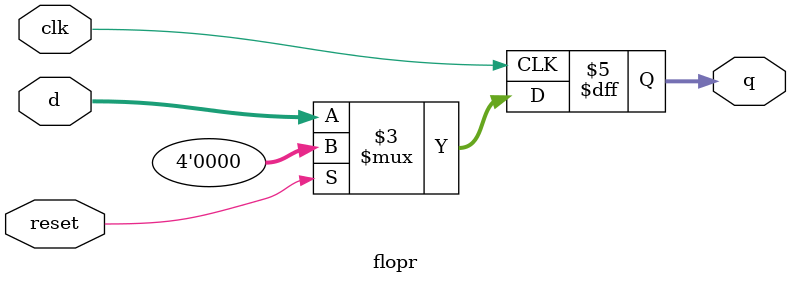
<source format=sv>

module flopr(input  logic       clk,
             input  logic       reset, 
             input  logic [3:0] d, 
             output logic [3:0] q);

  // synchronous reset
  always_ff @(posedge clk)
     if (reset) q <= 4'b0;
     else       q <= d;
endmodule

</source>
